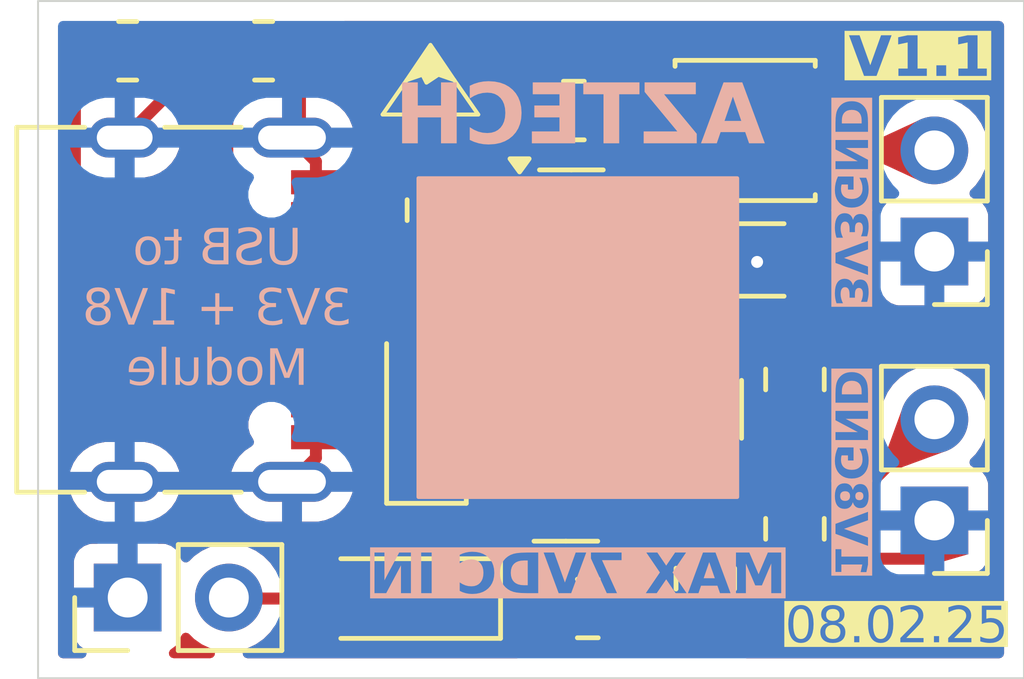
<source format=kicad_pcb>
(kicad_pcb (version 20240108) (generator "pcbnew") (generator_version "8.0")
  (layers (0 "F.Cu" signal) (31 "B.Cu" signal) (34 "B.Paste" user) (35 "F.Paste" user) (36 "B.SilkS" user "B.Silkscreen") (37 "F.SilkS" user "F.Silkscreen") (38 "B.Mask" user) (39 "F.Mask" user) (44 "Edge.Cuts" user))
  (net 0 "")
  (net 1 "VBUS")
  (net 2 "GND")
  (net 3 "Net-(U1-SW)")
  (net 4 "Net-(U1-CB)")
  (net 5 "+3.3V")
  (net 6 "Net-(D1-A)")
  (net 7 "Net-(D2-A)")
  (net 8 "Net-(J1-CC2)")
  (net 9 "Net-(J1-CC1)")
  (net 16 "+1.8V")
  (net 17 "Net-(U1-FB)")
  (footprint "Resistor_SMD:R_1206_3216Metric" (layer "F.Cu") (at 100.75 88.75)
    (property "Reference" "R3" (hide yes))
    (property "Value" "22k1" (hide yes))
    (fp_line (start -0.727064 -0.91) (end 0.727064 -0.91) (stroke (width 0.12)) (layer "F.SilkS"))
    (fp_line (start -0.727064 0.91) (end 0.727064 0.91) (stroke (width 0.12)) (layer "F.SilkS"))
    (pad "1" smd roundrect (at -1.4625 0) (size 1.125 1.75) (layers "F.Cu" "F.Paste" "F.Mask") (roundrect_rratio 0.222222) (net 17 "Net-(U1-FB)"))
    (pad "2" smd roundrect (at 1.4625 0) (size 1.125 1.75) (layers "F.Cu" "F.Paste" "F.Mask") (roundrect_rratio 0.222222) (net 2 "GND"))
  )
  (footprint "Resistor_SMD:R_1206_3216Metric" (layer "F.Cu") (at 99.5 92.5 90)
    (property "Reference" "R4" (hide yes))
    (property "Value" "100k" (hide yes))
    (fp_line (start -0.727064 -0.91) (end 0.727064 -0.91) (stroke (width 0.12)) (layer "F.SilkS"))
    (fp_line (start -0.727064 0.91) (end 0.727064 0.91) (stroke (width 0.12)) (layer "F.SilkS"))
    (pad "1" smd roundrect (at -1.4625 0 90) (size 1.125 1.75) (layers "F.Cu" "F.Paste" "F.Mask") (roundrect_rratio 0.222222) (net 5 "+3.3V"))
    (pad "2" smd roundrect (at 1.4625 0 90) (size 1.125 1.75) (layers "F.Cu" "F.Paste" "F.Mask") (roundrect_rratio 0.222222) (net 17 "Net-(U1-FB)"))
  )
  (footprint "Capacitor_SMD:C_0805_2012Metric" (layer "F.Cu") (at 95.75 91.1)
    (property "Reference" "C6" (hide yes))
    (property "Value" "0.1µF" (hide yes))
    (fp_line (start -0.261252 -0.735) (end 0.261252 -0.735) (stroke (width 0.12)) (layer "F.SilkS"))
    (fp_line (start -0.261252 0.735) (end 0.261252 0.735) (stroke (width 0.12)) (layer "F.SilkS"))
    (pad "1" smd roundrect (at -0.95 0) (size 1 1.45) (layers "F.Cu" "F.Paste" "F.Mask") (net 1 "VBUS"))
    (pad "2" smd roundrect (at 0.95 0) (size 1 1.45) (layers "F.Cu" "F.Paste" "F.Mask") (net 2 "GND"))
  )
  (footprint "Capacitor_SMD:C_0805_2012Metric" (layer "F.Cu") (at 96.55 97.5)
    (property "Reference" "C5" (hide yes))
    (property "Value" "4.7µF" (hide yes))
    (fp_line (start -0.261252 -0.735) (end 0.261252 -0.735) (stroke (width 0.12)) (layer "F.SilkS"))
    (fp_line (start -0.261252 0.735) (end 0.261252 0.735) (stroke (width 0.12)) (layer "F.SilkS"))
    (pad "1" smd roundrect (at -0.95 0) (size 1 1.45) (layers "F.Cu" "F.Paste" "F.Mask") (net 1 "VBUS"))
    (pad "2" smd roundrect (at 0.95 0) (size 1 1.45) (layers "F.Cu" "F.Paste" "F.Mask") (net 2 "GND"))
  )
  (footprint "Resistor_SMD:R_0805_2012Metric" (layer "F.Cu") (at 88.4125 83.5)
    (property "Reference" "R1" (hide yes))
    (property "Value" "5K1" (hide yes))
    (fp_line (start -0.227064 -0.735) (end 0.227064 -0.735) (stroke (width 0.12)) (layer "F.SilkS"))
    (fp_line (start -0.227064 0.735) (end 0.227064 0.735) (stroke (width 0.12)) (layer "F.SilkS"))
    (pad "1" smd roundrect (at -0.9125 0) (size 1.025 1.4) (layers "F.Cu" "F.Paste" "F.Mask") (roundrect_rratio 0.243902) (net 9 "Net-(J1-CC1)"))
    (pad "2" smd roundrect (at 0.9125 0) (size 1.025 1.4) (layers "F.Cu" "F.Paste" "F.Mask") (roundrect_rratio 0.243902) (net 2 "GND"))
  )
  (footprint "Connector_PinHeader_2.54mm:PinHeader_1x02_P2.54mm_Vertical" (layer "F.Cu") (at 105.25 95.29 180)
    (property "Reference" "J4" (hide yes))
    (property "Value" "Conn_01x02" (hide yes))
    (fp_line (start 1.33 1.27) (end 1.33 3.87) (stroke (width 0.12)) (layer "F.SilkS"))
    (fp_line (start -1.33 3.87) (end 1.33 3.87) (stroke (width 0.12)) (layer "F.SilkS"))
    (fp_line (start -1.33 1.27) (end 1.33 1.27) (stroke (width 0.12)) (layer "F.SilkS"))
    (fp_line (start -1.33 1.27) (end -1.33 3.87) (stroke (width 0.12)) (layer "F.SilkS"))
    (fp_line (start -1.33 0) (end -1.33 -1.33) (stroke (width 0.12)) (layer "F.SilkS"))
    (fp_line (start -1.33 -1.33) (end 0 -1.33) (stroke (width 0.12)) (layer "F.SilkS"))
    (pad "1" thru_hole rect (at 0 0 180) (size 1.7 1.7) (drill 1) (layers "*.Cu" "*.Mask") (net 2 "GND"))
    (pad "2" thru_hole oval (at 0 2.54 180) (size 1.7 1.7) (drill 1) (layers "*.Cu" "*.Mask") (net 16 "+1.8V"))
  )
  (footprint "Capacitor_SMD:C_0805_2012Metric" (layer "F.Cu") (at 101.75 91.75 90)
    (property "Reference" "C3" (hide yes))
    (property "Value" "22µF" (hide yes))
    (fp_line (start -0.261252 -0.735) (end 0.261252 -0.735) (stroke (width 0.12)) (layer "F.SilkS"))
    (fp_line (start -0.261252 0.735) (end 0.261252 0.735) (stroke (width 0.12)) (layer "F.SilkS"))
    (pad "1" smd roundrect (at -0.95 0 90) (size 1 1.45) (layers "F.Cu" "F.Paste" "F.Mask") (net 5 "+3.3V"))
    (pad "2" smd roundrect (at 0.95 0 90) (size 1 1.45) (layers "F.Cu" "F.Paste" "F.Mask") (net 2 "GND"))
  )
  (footprint "Package_TO_SOT_SMD:SOT-23-5" (layer "F.Cu") (at 96 94.25)
    (property "Reference" "U2" (hide yes))
    (property "Value" "ME6211C18M5" (hide yes))
    (fp_line (start 0 -1.56) (end -0.8 -1.56) (stroke (width 0.12)) (layer "F.SilkS"))
    (fp_line (start 0 -1.56) (end 0.8 -1.56) (stroke (width 0.12)) (layer "F.SilkS"))
    (fp_line (start 0 1.56) (end -0.8 1.56) (stroke (width 0.12)) (layer "F.SilkS"))
    (fp_line (start 0 1.56) (end 0.8 1.56) (stroke (width 0.12)) (layer "F.SilkS"))
    (fp_poly (pts (xy -1.3 -1.51) (xy -1.54 -1.84) (xy -1.06 -1.84) (xy -1.3 -1.51)) (stroke (width 0.12)) (fill solid) (layer "F.SilkS"))
    (pad "1" smd roundrect (at -1.1375 -0.95) (size 1.325 0.6) (layers "F.Cu" "F.Paste" "F.Mask") (net 1 "VBUS"))
    (pad "2" smd roundrect (at -1.1375 0) (size 1.325 0.6) (layers "F.Cu" "F.Paste" "F.Mask") (net 2 "GND"))
    (pad "3" smd roundrect (at -1.1375 0.95) (size 1.325 0.6) (layers "F.Cu" "F.Paste" "F.Mask") (net 1 "VBUS"))
    (pad "4" smd roundrect (at 1.1375 0.95) (size 1.325 0.6) (layers "F.Cu" "F.Paste" "F.Mask"))
    (pad "5" smd roundrect (at 1.1375 -0.95) (size 1.325 0.6) (layers "F.Cu" "F.Paste" "F.Mask") (net 16 "+1.8V"))
  )
  (footprint "Resistor_SMD:R_0805_2012Metric" (layer "F.Cu") (at 85 83.5 180)
    (property "Reference" "R2" (hide yes))
    (property "Value" "5K1" (hide yes))
    (fp_line (start -0.227064 0.735) (end 0.227064 0.735) (stroke (width 0.12)) (layer "F.SilkS"))
    (fp_line (start -0.227064 -0.735) (end 0.227064 -0.735) (stroke (width 0.12)) (layer "F.SilkS"))
    (pad "1" smd roundrect (at -0.9125 0 180) (size 1.025 1.4) (layers "F.Cu" "F.Paste" "F.Mask") (roundrect_rratio 0.243902) (net 2 "GND"))
    (pad "2" smd roundrect (at 0.9125 0 180) (size 1.025 1.4) (layers "F.Cu" "F.Paste" "F.Mask") (roundrect_rratio 0.243902) (net 8 "Net-(J1-CC2)"))
  )
  (footprint "Connector_PinHeader_2.54mm:PinHeader_1x02_P2.54mm_Vertical" (layer "F.Cu") (at 105.25 88.54 180)
    (property "Reference" "J3" (hide yes))
    (property "Value" "Conn_01x02" (hide yes))
    (fp_line (start 1.33 1.27) (end 1.33 3.87) (stroke (width 0.12)) (layer "F.SilkS"))
    (fp_line (start -1.33 3.87) (end 1.33 3.87) (stroke (width 0.12)) (layer "F.SilkS"))
    (fp_line (start -1.33 1.27) (end 1.33 1.27) (stroke (width 0.12)) (layer "F.SilkS"))
    (fp_line (start -1.33 1.27) (end -1.33 3.87) (stroke (width 0.12)) (layer "F.SilkS"))
    (fp_line (start -1.33 0) (end -1.33 -1.33) (stroke (width 0.12)) (layer "F.SilkS"))
    (fp_line (start -1.33 -1.33) (end 0 -1.33) (stroke (width 0.12)) (layer "F.SilkS"))
    (pad "1" thru_hole rect (at 0 0 180) (size 1.7 1.7) (drill 1) (layers "*.Cu" "*.Mask") (net 2 "GND"))
    (pad "2" thru_hole oval (at 0 2.54 180) (size 1.7 1.7) (drill 1) (layers "*.Cu" "*.Mask") (net 5 "+3.3V"))
  )
  (footprint "Diode_SMD:D_SOD-123" (layer "F.Cu") (at 92 97.25 180)
    (property "Reference" "D2" (hide yes))
    (property "Value" "NRVB130T1G" (hide yes))
    (fp_line (start -2.36 1) (end 1.65 1) (stroke (width 0.12)) (layer "F.SilkS"))
    (fp_line (start -2.36 -1) (end 1.65 -1) (stroke (width 0.12)) (layer "F.SilkS"))
    (fp_line (start -2.36 -1) (end -2.36 1) (stroke (width 0.12)) (layer "F.SilkS"))
    (pad "1" smd roundrect (at -1.65 0 180) (size 0.9 1.2) (layers "F.Cu" "F.Paste" "F.Mask") (net 1 "VBUS"))
    (pad "2" smd roundrect (at 1.65 0 180) (size 0.9 1.2) (layers "F.Cu" "F.Paste" "F.Mask") (net 7 "Net-(D2-A)"))
  )
  (footprint "Package_TO_SOT_SMD:SOT-23-6" (layer "F.Cu") (at 96.1375 88.05)
    (property "Reference" "U1" (hide yes))
    (property "Value" "LMR51430" (hide yes))
    (fp_line (start 0 -1.56) (end -0.8 -1.56) (stroke (width 0.12)) (layer "F.SilkS"))
    (fp_line (start 0 -1.56) (end 0.8 -1.56) (stroke (width 0.12)) (layer "F.SilkS"))
    (fp_line (start 0 1.56) (end -0.8 1.56) (stroke (width 0.12)) (layer "F.SilkS"))
    (fp_line (start 0 1.56) (end 0.8 1.56) (stroke (width 0.12)) (layer "F.SilkS"))
    (fp_poly (pts (xy -1.3 -1.51) (xy -1.54 -1.84) (xy -1.06 -1.84) (xy -1.3 -1.51)) (stroke (width 0.12)) (fill solid) (layer "F.SilkS"))
    (pad "1" smd roundrect (at -1.1375 -0.95) (size 1.325 0.6) (layers "F.Cu" "F.Paste" "F.Mask") (net 2 "GND"))
    (pad "2" smd roundrect (at -1.1375 0) (size 1.325 0.6) (layers "F.Cu" "F.Paste" "F.Mask") (net 3 "Net-(U1-SW)"))
    (pad "3" smd roundrect (at -1.1375 0.95) (size 1.325 0.6) (layers "F.Cu" "F.Paste" "F.Mask") (net 1 "VBUS"))
    (pad "4" smd roundrect (at 1.1375 0.95) (size 1.325 0.6) (layers "F.Cu" "F.Paste" "F.Mask") (net 17 "Net-(U1-FB)"))
    (pad "5" smd roundrect (at 1.1375 0) (size 1.325 0.6) (layers "F.Cu" "F.Paste" "F.Mask") (net 1 "VBUS"))
    (pad "6" smd roundrect (at 1.1375 -0.95) (size 1.325 0.6) (layers "F.Cu" "F.Paste" "F.Mask") (net 4 "Net-(U1-CB)"))
  )
  (footprint "Inductor_SMD:L_Cenker_CKCS3015" (layer "F.Cu") (at 100.5 85.5)
    (property "Reference" "L1" (hide yes))
    (property "Value" "5.6µH")
    (fp_line (start -1.76 -1.76) (end -1.76 -1.61) (stroke (width 0.12)) (layer "F.SilkS"))
    (fp_line (start -1.76 -1.76) (end 1.76 -1.76) (stroke (width 0.12)) (layer "F.SilkS"))
    (fp_line (start -1.76 1.76) (end -1.76 1.61) (stroke (width 0.12)) (layer "F.SilkS"))
    (fp_line (start -1.76 1.76) (end 1.76 1.76) (stroke (width 0.12)) (layer "F.SilkS"))
    (fp_line (start 1.76 -1.76) (end 1.76 -1.61) (stroke (width 0.12)) (layer "F.SilkS"))
    (fp_line (start 1.76 1.76) (end 1.76 1.61) (stroke (width 0.12)) (layer "F.SilkS"))
    (pad "1" smd rect (at -1.05 0) (size 1.4 2.7) (layers "F.Cu" "F.Paste" "F.Mask") (net 3 "Net-(U1-SW)"))
    (pad "2" smd rect (at 1.05 0) (size 1.4 2.7) (layers "F.Cu" "F.Paste" "F.Mask") (net 5 "+3.3V"))
  )
  (footprint "Capacitor_SMD:C_0805_2012Metric" (layer "F.Cu") (at 96.2 85)
    (property "Reference" "C2" (hide yes))
    (property "Value" "0.1µF" (hide yes))
    (fp_line (start -0.261252 -0.735) (end 0.261252 -0.735) (stroke (width 0.12)) (layer "F.SilkS"))
    (fp_line (start -0.261252 0.735) (end 0.261252 0.735) (stroke (width 0.12)) (layer "F.SilkS"))
    (pad "1" smd roundrect (at -0.95 0) (size 1 1.45) (layers "F.Cu" "F.Paste" "F.Mask") (net 3 "Net-(U1-SW)"))
    (pad "2" smd roundrect (at 0.95 0) (size 1 1.45) (layers "F.Cu" "F.Paste" "F.Mask") (net 4 "Net-(U1-CB)"))
  )
  (footprint "Connector_USB:USB_C_Receptacle_G-Switch_GT-USB-7010ASV" (layer "F.Cu") (at 86 90 -90)
    (property "Reference" "J1" (hide yes))
    (property "Value" "USB_C_Receptacle_USB2.0_16P" (hide yes))
    (fp_line (start -4.58 3.785) (end -4.58 2.08) (stroke (width 0.12)) (layer "F.SilkS"))
    (fp_line (start 4.58 3.785) (end -4.58 3.785) (stroke (width 0.12)) (layer "F.SilkS"))
    (fp_line (start 4.58 2.08) (end 4.58 3.785) (stroke (width 0.12)) (layer "F.SilkS"))
    (fp_line (start 4.58 0.07) (end 4.58 -1.85) (stroke (width 0.12)) (layer "F.SilkS"))
    (fp_line (start -4.58 -1.85) (end -4.58 0.07) (stroke (width 0.12)) (layer "F.SilkS"))
    (pad "" np_thru_hole circle (at -2.89 -2.605 270) (size 0.65 0.65) (drill 0.65) (layers "*.Cu" "*.Mask"))
    (pad "" np_thru_hole circle (at 2.89 -2.605 270) (size 0.65 0.65) (drill 0.65) (layers "*.Cu" "*.Mask"))
    (pad "A1" smd rect (at -3.2 -3.725 270) (size 0.6 1.24) (layers "F.Cu" "F.Paste" "F.Mask") (net 2 "GND"))
    (pad "A4" smd rect (at -2.4 -3.725 270) (size 0.6 1.24) (layers "F.Cu" "F.Paste" "F.Mask") (net 6 "Net-(D1-A)"))
    (pad "A5" smd rect (at -1.25 -3.725 270) (size 0.3 1.24) (layers "F.Cu" "F.Paste" "F.Mask") (net 9 "Net-(J1-CC1)"))
    (pad "A6" smd rect (at -0.25 -3.725 270) (size 0.3 1.24) (layers "F.Cu" "F.Paste" "F.Mask"))
    (pad "A7" smd rect (at 0.25 -3.725 270) (size 0.3 1.24) (layers "F.Cu" "F.Paste" "F.Mask"))
    (pad "A8" smd rect (at 1.25 -3.725 270) (size 0.3 1.24) (layers "F.Cu" "F.Paste" "F.Mask"))
    (pad "A9" smd rect (at 2.4 -3.725 270) (size 0.6 1.24) (layers "F.Cu" "F.Paste" "F.Mask") (net 6 "Net-(D1-A)"))
    (pad "A12" smd rect (at 3.2 -3.725 270) (size 0.6 1.24) (layers "F.Cu" "F.Paste" "F.Mask") (net 2 "GND"))
    (pad "B1" smd rect (at 3.2 -3.725 270) (size 0.6 1.24) (layers "F.Cu" "F.Paste" "F.Mask") (net 2 "GND"))
    (pad "B4" smd rect (at 2.4 -3.725 270) (size 0.6 1.24) (layers "F.Cu" "F.Paste" "F.Mask") (net 6 "Net-(D1-A)"))
    (pad "B5" smd rect (at 1.75 -3.725 270) (size 0.3 1.24) (layers "F.Cu" "F.Paste" "F.Mask") (net 8 "Net-(J1-CC2)"))
    (pad "B6" smd rect (at 0.75 -3.725 270) (size 0.3 1.24) (layers "F.Cu" "F.Paste" "F.Mask"))
    (pad "B7" smd rect (at -0.75 -3.725 270) (size 0.3 1.24) (layers "F.Cu" "F.Paste" "F.Mask"))
    (pad "B8" smd rect (at -1.75 -3.725 270) (size 0.3 1.24) (layers "F.Cu" "F.Paste" "F.Mask"))
    (pad "B9" smd rect (at -2.4 -3.725 270) (size 0.6 1.24) (layers "F.Cu" "F.Paste" "F.Mask") (net 6 "Net-(D1-A)"))
    (pad "B12" smd rect (at -3.2 -3.725 270) (size 0.6 1.24) (layers "F.Cu" "F.Paste" "F.Mask") (net 2 "GND"))
    (pad "S1" thru_hole oval (at -4.32 -3.125 270) (size 1 2.1) (drill oval 0.6 1.7) (layers "*.Cu" "*.Mask") (net 2 "GND"))
    (pad "S1" thru_hole oval (at -4.32 1.075 270) (size 1 1.8) (drill oval 0.6 1.4) (layers "*.Cu" "*.Mask") (net 2 "GND"))
    (pad "S1" thru_hole oval (at 4.32 -3.125 270) (size 1 2.1) (drill oval 0.6 1.7) (layers "*.Cu" "*.Mask") (net 2 "GND"))
    (pad "S1" thru_hole oval (at 4.32 1.075 270) (size 1 1.8) (drill oval 0.6 1.4) (layers "*.Cu" "*.Mask") (net 2 "GND"))
  )
  (footprint "Diode_SMD:D_SOD-123" (layer "F.Cu") (at 92.5 92.5 90)
    (property "Reference" "D1" (hide yes))
    (property "Value" "NRVB130T1G" (hide yes))
    (fp_line (start -2.36 -1) (end 1.65 -1) (stroke (width 0.12)) (layer "F.SilkS"))
    (fp_line (start -2.36 -1) (end -2.36 1) (stroke (width 0.12)) (layer "F.SilkS"))
    (fp_line (start -2.36 1) (end 1.65 1) (stroke (width 0.12)) (layer "F.SilkS"))
    (pad "1" smd roundrect (at -1.65 0 90) (size 0.9 1.2) (layers "F.Cu" "F.Paste" "F.Mask") (net 1 "VBUS"))
    (pad "2" smd roundrect (at 1.65 0 90) (size 0.9 1.2) (layers "F.Cu" "F.Paste" "F.Mask") (net 6 "Net-(D1-A)"))
  )
  (footprint "Capacitor_SMD:C_0805_2012Metric" (layer "F.Cu") (at 101.75 95.5 -90)
    (property "Reference" "C4" (hide yes))
    (property "Value" "22µF" (hide yes))
    (fp_line (start -0.261252 0.735) (end 0.261252 0.735) (stroke (width 0.12)) (layer "F.SilkS"))
    (fp_line (start -0.261252 -0.735) (end 0.261252 -0.735) (stroke (width 0.12)) (layer "F.SilkS"))
    (pad "1" smd roundrect (at -0.95 0 270) (size 1 1.45) (layers "F.Cu" "F.Paste" "F.Mask") (net 5 "+3.3V"))
    (pad "2" smd roundrect (at 0.95 0 270) (size 1 1.45) (layers "F.Cu" "F.Paste" "F.Mask") (net 2 "GND"))
  )
  (footprint "Capacitor_SMD:C_0805_2012Metric" (layer "F.Cu") (at 92.75 87.5 90)
    (property "Reference" "C1" (hide yes))
    (property "Value" "2.2µF" (hide yes))
    (fp_line (start -0.261252 -0.735) (end 0.261252 -0.735) (stroke (width 0.12)) (layer "F.SilkS"))
    (fp_line (start -0.261252 0.735) (end 0.261252 0.735) (stroke (width 0.12)) (layer "F.SilkS"))
    (pad "1" smd roundrect (at -0.95 0 90) (size 1 1.45) (layers "F.Cu" "F.Paste" "F.Mask") (net 1 "VBUS"))
    (pad "2" smd roundrect (at 0.95 0 90) (size 1 1.45) (layers "F.Cu" "F.Paste" "F.Mask") (net 2 "GND"))
  )
  (footprint "Capacitor_SMD:C_0805_2012Metric" (layer "F.Cu") (at 99.5 96.75 -90)
    (property "Reference" "C7" (hide yes))
    (property "Value" "22µF" (hide yes))
    (fp_line (start -0.261252 0.735) (end 0.261252 0.735) (stroke (width 0.12)) (layer "F.SilkS"))
    (fp_line (start -0.261252 -0.735) (end 0.261252 -0.735) (stroke (width 0.12)) (layer "F.SilkS"))
    (pad "1" smd roundrect (at -0.95 0 270) (size 1 1.45) (layers "F.Cu" "F.Paste" "F.Mask") (net 16 "+1.8V"))
    (pad "2" smd roundrect (at 0.95 0 270) (size 1 1.45) (layers "F.Cu" "F.Paste" "F.Mask") (net 2 "GND"))
  )
  (footprint "Connector_PinHeader_2.54mm:PinHeader_1x02_P2.54mm_Vertical" (layer "F.Cu") (at 85 97.225 90)
    (property "Reference" "J2" (hide yes))
    (property "Value" "Conn_01x02" (hide yes))
    (fp_line (start -1.33 -1.33) (end 0 -1.33) (stroke (width 0.12)) (layer "F.SilkS"))
    (fp_line (start -1.33 0) (end -1.33 -1.33) (stroke (width 0.12)) (layer "F.SilkS"))
    (fp_line (start 1.33 1.27) (end 1.33 3.87) (stroke (width 0.12)) (layer "F.SilkS"))
    (fp_line (start -1.33 1.27) (end 1.33 1.27) (stroke (width 0.12)) (layer "F.SilkS"))
    (fp_line (start -1.33 1.27) (end -1.33 3.87) (stroke (width 0.12)) (layer "F.SilkS"))
    (fp_line (start -1.33 3.87) (end 1.33 3.87) (stroke (width 0.12)) (layer "F.SilkS"))
    (pad "1" thru_hole rect (at 0 0 90) (size 1.7 1.7) (drill 1) (layers "*.Cu" "*.Mask") (net 2 "GND"))
    (pad "2" thru_hole oval (at 0 2.54 90) (size 1.7 1.7) (drill 1) (layers "*.Cu" "*.Mask") (net 7 "Net-(D2-A)"))
  )
  (gr_rect (start 92.3 86.7) (end 100.3 94.7) (stroke (width 0.1)) (fill solid) (layer "B.SilkS"))
  (gr_poly (pts (xy 93.2 84.237848) (xy 92.8 84.1) (xy 92.5 84.3) (xy 92.4 84.1) (xy 92 84.237848) (xy 92.6 83.351216)) (stroke (width 0.1)) (fill solid) (layer "F.SilkS"))
  (gr_line (start 91.4 85.1) (end 93.8 85.1) (stroke (width 0.1)) (layer "F.SilkS"))
  (gr_line (start 92 84.237848) (end 91.4 85.1) (stroke (width 0.1)) (layer "F.SilkS"))
  (gr_line (start 93.8 85.1) (end 93.2 84.237848) (stroke (width 0.1)) (layer "F.SilkS"))
  (gr_rect (start 82.75 82.25) (end 107.5 99.25) (stroke (width 0.05)) (fill none) (layer "Edge.Cuts"))
  (gr_text "GND" (at 103.1 92.9 270) (layer "B.SilkS" knockout) (effects (font (size 0.8 0.8) (thickness 0.16) (bold yes) (italic yes)) (justify mirror)))
  (gr_text "MAX 7VDC IN" (at 96.3 96.7 0) (layer "B.SilkS" knockout) (effects (font (size 1 1) (thickness 0.2) (bold yes) (italic yes)) (justify mirror)))
  (gr_text "USB to\n3V3 + 1V8\nModule" (at 87.25 90 0) (layer "B.SilkS") (effects (font (size 0.9 0.9) (thickness 0.1) (italic yes)) (justify mirror)))
  (gr_text "GND" (at 103.1 86.1 270) (layer "B.SilkS" knockout) (effects (font (size 0.8 0.8) (thickness 0.16) (bold yes) (italic yes)) (justify mirror)))
  (gr_text "1V8" (at 103.1 95.5 270) (layer "B.SilkS" knockout) (effects (font (size 0.8 0.8) (thickness 0.16) (bold yes) (italic yes)) (justify mirror)))
  (gr_text "AZTECH" (at 96.35 85.2 0) (layer "B.SilkS") (effects (font (size 1.5 1.5) (thickness 0.2) (bold yes) (italic yes)) (justify mirror)))
  (gr_text "3V3" (at 103.1 88.7 270) (layer "B.SilkS" knockout) (effects (font (size 0.8 0.8) (thickness 0.16) (bold yes) (italic yes)) (justify mirror)))
  (gr_text "V1.1" (at 103.1 84.3 0) (layer "F.SilkS" knockout) (effects (font (size 1 1) (thickness 0.2) (bold yes) (italic yes)) (justify left bottom)))
  (gr_text "08.02.25" (at 101.5 98.5 0) (layer "F.SilkS" knockout) (effects (font (size 0.9 0.9) (thickness 0.09375) (italic yes)) (justify left bottom)))
  (segment (start 94.8 89.2) (end 95 89) (width 0.3) (layer "F.Cu") (net 1))
  (segment (start 94.8625 93.3) (end 93.35 93.3) (width 0.3) (layer "F.Cu") (net 1))
  (segment (start 92.5 96.1) (end 93.65 97.25) (width 0.3) (layer "F.Cu") (net 1))
  (segment (start 95 89) (end 93.3 89) (width 0.3) (layer "F.Cu") (net 1))
  (segment (start 95.901238 89) (end 96.851238 88.05) (width 0.3) (layer "F.Cu") (net 1))
  (segment (start 94.8625 93.3) (end 94.8625 91.3125) (width 0.3) (layer "F.Cu") (net 1))
  (segment (start 94.8 91.25) (end 94.8 89.2) (width 0.3) (layer "F.Cu") (net 1))
  (segment (start 94.8625 95.2) (end 94.8625 96.0375) (width 0.3) (layer "F.Cu") (net 1))
  (segment (start 92.5 94.15) (end 92.5 96.1) (width 0.3) (layer "F.Cu") (net 1))
  (segment (start 93.35 93.3) (end 92.5 94.15) (width 0.3) (layer "F.Cu") (net 1))
  (segment (start 94.8625 96.0375) (end 93.65 97.25) (width 0.3) (layer "F.Cu") (net 1))
  (segment (start 93.9 97.5) (end 93.65 97.25) (width 0.3) (layer "F.Cu") (net 1))
  (segment (start 94.8625 91.3125) (end 94.8 91.25) (width 0.3) (layer "F.Cu") (net 1))
  (segment (start 95.6 97.5) (end 93.9 97.5) (width 0.3) (layer "F.Cu") (net 1))
  (segment (start 95 89) (end 95.901238 89) (width 0.3) (layer "F.Cu") (net 1))
  (segment (start 96.851238 88.05) (end 97.275 88.05) (width 0.3) (layer "F.Cu") (net 1))
  (segment (start 93.3 89) (end 92.75 88.45) (width 0.3) (layer "F.Cu") (net 1))
  (segment (start 94.8625 94.25) (end 96 94.25) (width 0.3) (layer "F.Cu") (net 2))
  (segment (start 105.25 96.24) (end 105.25 95.29) (width 0.3) (layer "F.Cu") (net 2))
  (segment (start 101.75 96.45) (end 101.95 96.25) (width 0.3) (layer "F.Cu") (net 2))
  (segment (start 99.5 97.7) (end 97.7 97.7) (width 0.3) (layer "F.Cu") (net 2))
  (segment (start 89.725 86.8) (end 92.5 86.8) (width 0.3) (layer "F.Cu") (net 2))
  (segment (start 102.2125 88.75) (end 102.2125 90.3375) (width 0.3) (layer "F.Cu") (net 2))
  (segment (start 89.725 93.72) (end 89.125 94.32) (width 0.3) (layer "F.Cu") (net 2))
  (segment (start 92.75 86.55) (end 94.45 86.55) (width 0.3) (layer "F.Cu") (net 2))
  (segment (start 97.7 97.7) (end 97.5 97.5) (width 0.3) (layer "F.Cu") (net 2))
  (segment (start 96.7 91.1) (end 96 91.8) (width 0.3) (layer "F.Cu") (net 2))
  (segment (start 89.725 86.8) (end 89.725 86.28) (width 0.3) (layer "F.Cu") (net 2))
  (segment (start 100.75 96.45) (end 99.5 97.7) (width 0.3) (layer "F.Cu") (net 2))
  (segment (start 85 94.395) (end 84.925 94.32) (width 0.3) (layer "F.Cu") (net 2))
  (segment (start 85.9125 84.6925) (end 84.925 85.68) (width 0.3) (layer "F.Cu") (net 2))
  (segment (start 89.325 85.48) (end 89.125 85.68) (width 0.3) (layer "F.Cu") (net 2))
  (segment (start 102.2125 90.3375) (end 101.75 90.8) (width 0.3) (layer "F.Cu") (net 2))
  (segment (start 105.24 96.25) (end 105.25 96.24) (width 0.3) (layer "F.Cu") (net 2))
  (segment (start 96 96) (end 96 94.25) (width 0.3) (layer "F.Cu") (net 2))
  (segment (start 89.725 86.28) (end 89.125 85.68) (width 0.3) (layer "F.Cu") (net 2))
  (segment (start 89.325 83.5) (end 89.325 85.48) (width 0.3) (layer "F.Cu") (net 2))
  (segment (start 94.45 86.55) (end 95 87.1) (width 0.3) (layer "F.Cu") (net 2))
  (segment (start 101.95 96.25) (end 105.24 96.25) (width 0.3) (layer "F.Cu") (net 2))
  (segment (start 85.9125 83.5) (end 85.9125 84.6925) (width 0.3) (layer "F.Cu") (net 2))
  (segment (start 101.75 96.45) (end 100.75 96.45) (width 0.3) (layer "F.Cu") (net 2))
  (segment (start 92.5 86.8) (end 92.75 86.55) (width 0.3) (layer "F.Cu") (net 2))
  (segment (start 88.825 85.38) (end 89.125 85.68) (width 0.3) (layer "F.Cu") (net 2))
  (segment (start 89.725 93.2) (end 89.725 93.72) (width 0.3) (layer "F.Cu") (net 2))
  (segment (start 85 97.225) (end 85 94.395) (width 0.3) (layer "F.Cu") (net 2))
  (segment (start 96 91.8) (end 96 94.25) (width 0.3) (layer "F.Cu") (net 2))
  (segment (start 102.2125 88.75) (end 100.85 88.75) (width 0.3) (layer "F.Cu") (net 2))
  (segment (start 97.5 97.5) (end 96 96) (width 0.3) (layer "F.Cu") (net 2))
  (segment (start 100.85 88.75) (end 100.8 88.8) (width 0.3) (layer "F.Cu") (net 2))
  (via (at 100.8 88.8) (size 0.6) (drill 0.3) (layers "F.Cu" "B.Cu") (net 2))
  (segment (start 96.325 83.925) (end 95.25 85) (width 0.3) (layer "F.Cu") (net 3))
  (segment (start 95.25 85) (end 96.0125 85.7625) (width 0.3) (layer "F.Cu") (net 3))
  (segment (start 96.0125 87.4875) (end 95.45 88.05) (width 0.3) (layer "F.Cu") (net 3))
  (segment (start 96.0125 85.7625) (end 96.0125 87.4875) (width 0.3) (layer "F.Cu") (net 3))
  (segment (start 97.875 83.925) (end 96.325 83.925) (width 0.3) (layer "F.Cu") (net 3))
  (segment (start 95.45 88.05) (end 95 88.05) (width 0.3) (layer "F.Cu") (net 3))
  (segment (start 99.45 85.5) (end 97.875 83.925) (width 0.3) (layer "F.Cu") (net 3))
  (segment (start 97.275 87.1) (end 97.275 85.125) (width 0.3) (layer "F.Cu") (net 4))
  (segment (start 97.275 85.125) (end 97.15 85) (width 0.3) (layer "F.Cu") (net 4))
  (segment (start 103.125 86.075) (end 103.2 86) (width 0.3) (layer "F.Cu") (net 5))
  (segment (start 102.05 86) (end 101.55 85.5) (width 0.3) (layer "F.Cu") (net 5))
  (segment (start 101.75 94.55) (end 101.75 92.7) (width 0.3) (layer "F.Cu") (net 5))
  (segment (start 101.75 94.55) (end 100.0875 94.55) (width 0.3) (layer "F.Cu") (net 5))
  (segment (start 101.75 92.7) (end 103.125 91.325) (width 0.3) (layer "F.Cu") (net 5))
  (segment (start 103.2 86) (end 102.05 86) (width 0.3) (layer "F.Cu") (net 5))
  (segment (start 103.125 91.325) (end 103.125 86.075) (width 0.3) (layer "F.Cu") (net 5))
  (segment (start 100.0875 94.55) (end 99.5 93.9625) (width 0.3) (layer "F.Cu") (net 5))
  (segment (start 105.25 86) (end 103.2 86) (width 0.3) (layer "F.Cu") (net 5))
  (segment (start 90.545 87.6) (end 91 88.055) (width 0.3) (layer "F.Cu") (net 6))
  (segment (start 92.5 90.85) (end 92.5 89.9) (width 0.3) (layer "F.Cu") (net 6))
  (segment (start 92.5 89.9) (end 92.2 89.6) (width 0.3) (layer "F.Cu") (net 6))
  (segment (start 91 88.055) (end 91 88.75) (width 0.3) (layer "F.Cu") (net 6))
  (segment (start 91 88.75) (end 91 89.6) (width 0.3) (layer "F.Cu") (net 6))
  (segment (start 89.725 87.6) (end 90.545 87.6) (width 0.3) (layer "F.Cu") (net 6))
  (segment (start 91 92.045) (end 90.645 92.4) (width 0.3) (layer "F.Cu") (net 6))
  (segment (start 90.645 92.4) (end 89.725 92.4) (width 0.3) (layer "F.Cu") (net 6))
  (segment (start 91 89.6) (end 91 92.045) (width 0.3) (layer "F.Cu") (net 6))
  (segment (start 92.2 89.6) (end 91 89.6) (width 0.3) (layer "F.Cu") (net 6))
  (segment (start 87.565 97.25) (end 87.54 97.225) (width 0.3) (layer "F.Cu") (net 7))
  (segment (start 90.35 97.25) (end 87.565 97.25) (width 0.3) (layer "F.Cu") (net 7))
  (segment (start 83.675 86.67) (end 88.755 91.75) (width 0.3) (layer "F.Cu") (net 8))
  (segment (start 83.675 83.9125) (end 83.675 86.67) (width 0.3) (layer "F.Cu") (net 8))
  (segment (start 84.0875 83.5) (end 83.675 83.9125) (width 0.3) (layer "F.Cu") (net 8))
  (segment (start 88.755 91.75) (end 89.725 91.75) (width 0.3) (layer "F.Cu") (net 8))
  (segment (start 89.725 88.75) (end 88.755 88.75) (width 0.3) (layer "F.Cu") (net 9))
  (segment (start 87.5 87.495) (end 87.5 83.5) (width 0.3) (layer "F.Cu") (net 9))
  (segment (start 88.755 88.75) (end 87.5 87.495) (width 0.3) (layer "F.Cu") (net 9))
  (segment (start 102.6 95.4) (end 99.9 95.4) (width 0.3) (layer "F.Cu") (net 16))
  (segment (start 105.25 92.75) (end 102.6 95.4) (width 0.3) (layer "F.Cu") (net 16))
  (segment (start 99.5 95.8) (end 97.1375 93.4375) (width 0.3) (layer "F.Cu") (net 16))
  (segment (start 97.1375 93.4375) (end 97.1375 93.3) (width 0.3) (layer "F.Cu") (net 16))
  (segment (start 99.9 95.4) (end 99.5 95.8) (width 0.3) (layer "F.Cu") (net 16))
  (segment (start 99.5 88.9625) (end 99.2875 88.75) (width 0.3) (layer "F.Cu") (net 17))
  (segment (start 99.5 91.0375) (end 99.5 88.9625) (width 0.3) (layer "F.Cu") (net 17))
  (segment (start 99.0375 89) (end 99.2875 88.75) (width 0.3) (layer "F.Cu") (net 17))
  (segment (start 97.275 89) (end 99.0375 89) (width 0.3) (layer "F.Cu") (net 17))
  (segment (start 97.4625 89) (end 97.275 89) (width 0.3) (layer "F.Cu") (net 17))
  (zone (net 0) (net_name "") (layer "F.Cu") (priority 1) (connect_pads (clearance 0.5)) (min_thickness 0.25) (fill yes (thermal_gap 0.5) (thermal_bridge_width 0.5) (island_removal_mode 1) (island_area_min 10))
    (polygon (pts (xy 82.75 82.25) (xy 107.5 82.25) (xy 107.5 99.25) (xy 82.75 99.25)))
  )
  (zone (net 0) (net_name "") (layer "F.Cu") (connect_pads (clearance 0)) (min_thickness 0.25)
    (keepout (tracks not_allowed) (vias not_allowed) (pads not_allowed) (copperpour not_allowed) (footprints allowed))
    (fill (thermal_gap 0.5) (thermal_bridge_width 0.5))
    (polygon (pts (xy 92.6 83.337848) (xy 91.4 85.137848) (xy 93.8 85.137848)))
  )
  (zone (net 2) (net_name "GND") (layer "B.Cu") (connect_pads (clearance 0.5)) (min_thickness 0.25) (fill yes (thermal_gap 0.5) (thermal_bridge_width 0.5))
    (polygon (pts (xy 107.5 99.25) (xy 82.75 99.25) (xy 82.75 82.25) (xy 107.5 82.25)))
  )
)
</source>
